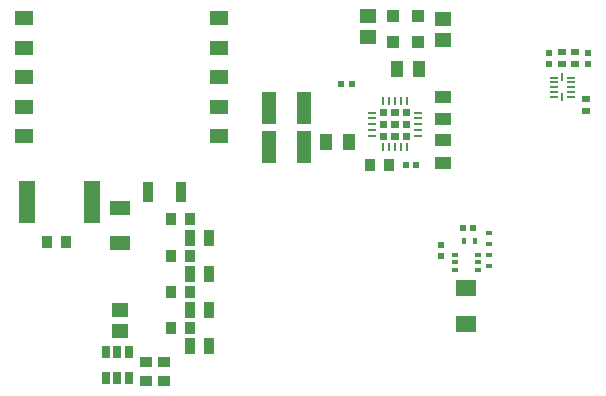
<source format=gtp>
G04*
G04 #@! TF.GenerationSoftware,Altium Limited,Altium Designer,23.5.1 (21)*
G04*
G04 Layer_Color=8421504*
%FSLAX44Y44*%
%MOMM*%
G71*
G04*
G04 #@! TF.SameCoordinates,0C852D97-15EF-43E7-8D4E-587EAF6ACFB3*
G04*
G04*
G04 #@! TF.FilePolarity,Positive*
G04*
G01*
G75*
%ADD18R,0.6200X0.6200*%
%ADD19R,0.6500X0.5500*%
G04:AMPARAMS|DCode=20|XSize=0.7mm|YSize=0.2mm|CornerRadius=0.05mm|HoleSize=0mm|Usage=FLASHONLY|Rotation=0.000|XOffset=0mm|YOffset=0mm|HoleType=Round|Shape=RoundedRectangle|*
%AMROUNDEDRECTD20*
21,1,0.7000,0.1000,0,0,0.0*
21,1,0.6000,0.2000,0,0,0.0*
1,1,0.1000,0.3000,-0.0500*
1,1,0.1000,-0.3000,-0.0500*
1,1,0.1000,-0.3000,0.0500*
1,1,0.1000,0.3000,0.0500*
%
%ADD20ROUNDEDRECTD20*%
G04:AMPARAMS|DCode=21|XSize=0.7mm|YSize=0.2mm|CornerRadius=0.05mm|HoleSize=0mm|Usage=FLASHONLY|Rotation=270.000|XOffset=0mm|YOffset=0mm|HoleType=Round|Shape=RoundedRectangle|*
%AMROUNDEDRECTD21*
21,1,0.7000,0.1000,0,0,270.0*
21,1,0.6000,0.2000,0,0,270.0*
1,1,0.1000,-0.0500,-0.3000*
1,1,0.1000,-0.0500,0.3000*
1,1,0.1000,0.0500,0.3000*
1,1,0.1000,0.0500,-0.3000*
%
%ADD21ROUNDEDRECTD21*%
%ADD22R,1.5500X1.2700*%
%ADD23R,0.4500X0.5500*%
%ADD24R,1.4500X1.1500*%
%ADD25R,1.0000X0.9000*%
%ADD26R,0.6500X1.0600*%
%ADD27R,0.9500X1.3500*%
%ADD28R,0.9000X1.0000*%
%ADD29R,1.0500X1.4000*%
%ADD30R,1.8000X1.1500*%
%ADD31R,1.4000X3.5600*%
%ADD32R,0.9500X1.7000*%
%ADD33R,0.5000X0.4000*%
%ADD34R,0.7000X0.2500*%
%ADD35R,0.2500X0.7000*%
%ADD36R,1.0000X1.0000*%
%ADD37R,1.7500X1.4000*%
%ADD38R,0.6200X0.6200*%
%ADD39R,0.5500X0.4500*%
%ADD40R,1.4000X1.0500*%
%ADD41R,1.1500X2.7000*%
G36*
X344777Y212700D02*
X338778D01*
Y218700D01*
X344777D01*
Y212700D01*
D02*
G37*
G36*
X334777D02*
X328777D01*
Y218700D01*
X334777D01*
Y212700D01*
D02*
G37*
G36*
X324777D02*
X318777D01*
Y218700D01*
X324777D01*
Y212700D01*
D02*
G37*
G36*
X344777Y202700D02*
X338778D01*
Y208700D01*
X344777D01*
Y202700D01*
D02*
G37*
G36*
X334777D02*
X328777D01*
Y208700D01*
X334777D01*
Y202700D01*
D02*
G37*
G36*
X324777D02*
X318777D01*
Y208700D01*
X324777D01*
Y202700D01*
D02*
G37*
G36*
X344777Y192700D02*
X338778D01*
Y198700D01*
X344777D01*
Y192700D01*
D02*
G37*
G36*
X334777D02*
X328777D01*
Y198700D01*
X334777D01*
Y192700D01*
D02*
G37*
G36*
X324777D02*
X318777D01*
Y198700D01*
X324777D01*
Y192700D01*
D02*
G37*
D18*
X462280Y257120D02*
D03*
Y266120D02*
D03*
X495300Y266120D02*
D03*
Y257120D02*
D03*
X370680Y103520D02*
D03*
Y94520D02*
D03*
D19*
X483870Y256540D02*
D03*
Y266540D02*
D03*
X493478Y217170D02*
D03*
Y227170D02*
D03*
X473478Y256540D02*
D03*
Y266540D02*
D03*
D20*
X480478Y245156D02*
D03*
Y229156D02*
D03*
Y237156D02*
D03*
Y241156D02*
D03*
Y233156D02*
D03*
X466478Y245156D02*
D03*
Y229156D02*
D03*
Y237156D02*
D03*
Y241156D02*
D03*
Y233156D02*
D03*
D21*
X473478Y245656D02*
D03*
Y228656D02*
D03*
D22*
X182826Y195618D02*
D03*
Y220618D02*
D03*
Y245618D02*
D03*
Y270618D02*
D03*
Y295618D02*
D03*
X17326Y195618D02*
D03*
Y220618D02*
D03*
Y245618D02*
D03*
Y270618D02*
D03*
Y295618D02*
D03*
D23*
X399470Y106680D02*
D03*
X390470D02*
D03*
D24*
X99060Y30370D02*
D03*
Y48370D02*
D03*
X308917Y279250D02*
D03*
Y297250D02*
D03*
X372417Y276710D02*
D03*
Y294710D02*
D03*
D25*
X120650Y-11810D02*
D03*
Y4190D02*
D03*
X135890Y-11810D02*
D03*
Y4190D02*
D03*
D26*
X87172Y13364D02*
D03*
X96672D02*
D03*
X106172D02*
D03*
Y-8636D02*
D03*
X96672D02*
D03*
X87172D02*
D03*
D27*
X158370Y78740D02*
D03*
X174370D02*
D03*
X158370Y48399D02*
D03*
X174370D02*
D03*
X158370Y17780D02*
D03*
X174370D02*
D03*
X158370Y109220D02*
D03*
X174370D02*
D03*
D28*
X142370Y63500D02*
D03*
X158370D02*
D03*
X53212Y106172D02*
D03*
X37212D02*
D03*
X142370Y125730D02*
D03*
X158370D02*
D03*
X142370Y93980D02*
D03*
X158370D02*
D03*
X142370Y33020D02*
D03*
X158370D02*
D03*
X326610Y171410D02*
D03*
X310610D02*
D03*
D29*
X292710Y190500D02*
D03*
X273710D02*
D03*
X352240Y252690D02*
D03*
X333240D02*
D03*
D30*
X99060Y135050D02*
D03*
Y105050D02*
D03*
D31*
X20330Y139700D02*
D03*
X74930D02*
D03*
D32*
X122810Y148336D02*
D03*
X150810D02*
D03*
D33*
X401770Y82360D02*
D03*
Y88860D02*
D03*
Y95360D02*
D03*
X382770D02*
D03*
Y88860D02*
D03*
Y82360D02*
D03*
D34*
X312277Y195700D02*
D03*
Y200700D02*
D03*
Y205700D02*
D03*
Y210700D02*
D03*
Y215700D02*
D03*
X351278D02*
D03*
Y210700D02*
D03*
Y205700D02*
D03*
Y200700D02*
D03*
Y195700D02*
D03*
D35*
X321777Y225200D02*
D03*
X326777D02*
D03*
X331777D02*
D03*
X336777D02*
D03*
X341777D02*
D03*
Y186200D02*
D03*
X336777D02*
D03*
X331777D02*
D03*
X326777D02*
D03*
X321777D02*
D03*
D36*
X351667Y275550D02*
D03*
X329667D02*
D03*
X351667Y297140D02*
D03*
X329667D02*
D03*
D37*
X392270Y37030D02*
D03*
Y67030D02*
D03*
D38*
X398200Y118110D02*
D03*
X389200D02*
D03*
X286330Y240221D02*
D03*
X295330D02*
D03*
X349780Y171410D02*
D03*
X340780D02*
D03*
D39*
X411480Y104720D02*
D03*
Y113720D02*
D03*
Y85670D02*
D03*
Y94670D02*
D03*
D40*
X372417Y192340D02*
D03*
Y173340D02*
D03*
Y229170D02*
D03*
Y210170D02*
D03*
D41*
X224870Y219670D02*
D03*
X254870D02*
D03*
X224870Y186650D02*
D03*
X254870D02*
D03*
M02*

</source>
